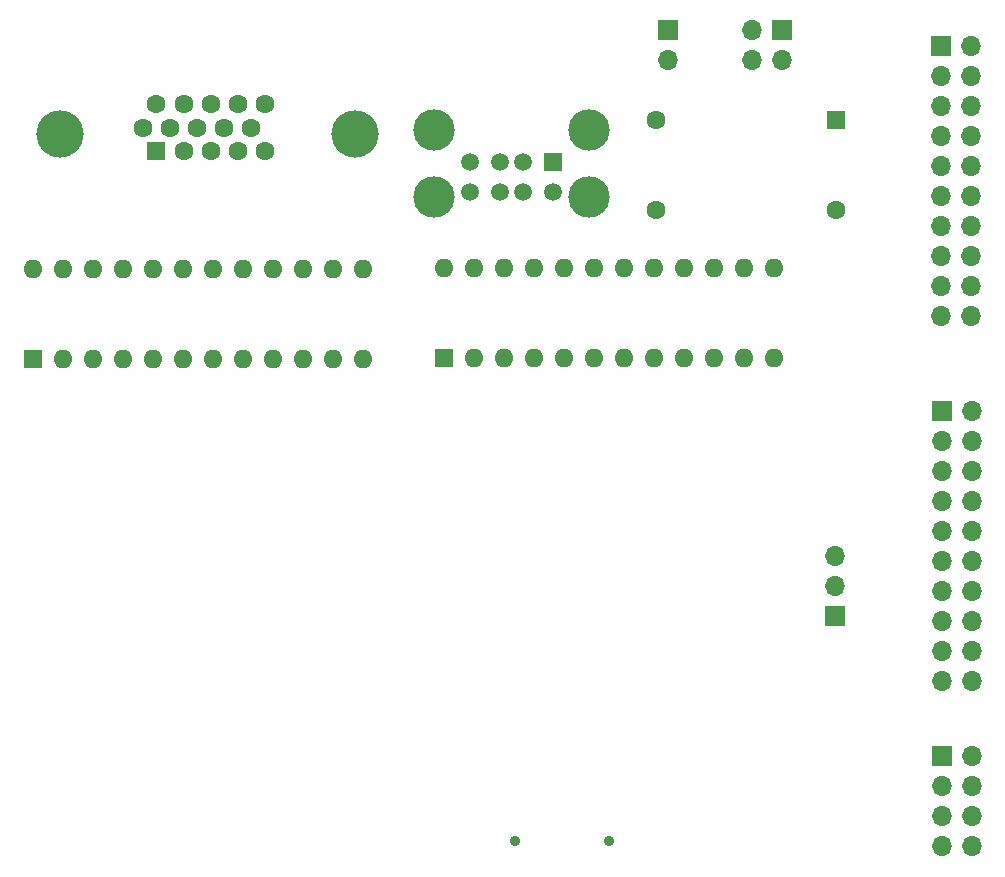
<source format=gbr>
%TF.GenerationSoftware,KiCad,Pcbnew,8.0.4+dfsg-1*%
%TF.CreationDate,2024-12-19T01:42:38-05:00*%
%TF.ProjectId,VGA_SRAM_COMP,5647415f-5352-4414-9d5f-434f4d502e6b,rev?*%
%TF.SameCoordinates,Original*%
%TF.FileFunction,Soldermask,Bot*%
%TF.FilePolarity,Negative*%
%FSLAX46Y46*%
G04 Gerber Fmt 4.6, Leading zero omitted, Abs format (unit mm)*
G04 Created by KiCad (PCBNEW 8.0.4+dfsg-1) date 2024-12-19 01:42:38*
%MOMM*%
%LPD*%
G01*
G04 APERTURE LIST*
%ADD10R,1.700000X1.700000*%
%ADD11O,1.700000X1.700000*%
%ADD12R,1.600000X1.600000*%
%ADD13C,1.600000*%
%ADD14O,1.600000X1.600000*%
%ADD15R,1.500000X1.500000*%
%ADD16C,1.500000*%
%ADD17C,3.500000*%
%ADD18C,0.900000*%
%ADD19C,4.000000*%
G04 APERTURE END LIST*
D10*
%TO.C,J8*%
X137000000Y-91680000D03*
D11*
X139540000Y-91680000D03*
X137000000Y-94220000D03*
X139540000Y-94220000D03*
X137000000Y-96760000D03*
X139540000Y-96760000D03*
X137000000Y-99300000D03*
X139540000Y-99300000D03*
X137000000Y-101840000D03*
X139540000Y-101840000D03*
X137000000Y-104380000D03*
X139540000Y-104380000D03*
X137000000Y-106920000D03*
X139540000Y-106920000D03*
X137000000Y-109460000D03*
X139540000Y-109460000D03*
X137000000Y-112000000D03*
X139540000Y-112000000D03*
X137000000Y-114540000D03*
X139540000Y-114540000D03*
%TD*%
D10*
%TO.C,J7*%
X137000000Y-120880000D03*
D11*
X139540000Y-120880000D03*
X137000000Y-123420000D03*
X139540000Y-123420000D03*
X137000000Y-125960000D03*
X139540000Y-125960000D03*
X137000000Y-128500000D03*
X139540000Y-128500000D03*
%TD*%
%TO.C,J1*%
X139500000Y-83660000D03*
X136960000Y-83660000D03*
X139500000Y-81120000D03*
X136960000Y-81120000D03*
X139500000Y-78580000D03*
X136960000Y-78580000D03*
X139500000Y-76040000D03*
X136960000Y-76040000D03*
X139500000Y-73500000D03*
X136960000Y-73500000D03*
X139500000Y-70960000D03*
X136960000Y-70960000D03*
X139500000Y-68420000D03*
X136960000Y-68420000D03*
X139500000Y-65880000D03*
X136960000Y-65880000D03*
X139500000Y-63340000D03*
X136960000Y-63340000D03*
X139500000Y-60800000D03*
D10*
X136960000Y-60800000D03*
%TD*%
D12*
%TO.C,X1*%
X128016000Y-67056000D03*
D13*
X112776000Y-67056000D03*
X112776000Y-74676000D03*
X128016000Y-74676000D03*
%TD*%
D12*
%TO.C,U9*%
X94840000Y-87200000D03*
D14*
X97380000Y-87200000D03*
X99920000Y-87200000D03*
X102460000Y-87200000D03*
X105000000Y-87200000D03*
X107540000Y-87200000D03*
X110080000Y-87200000D03*
X112620000Y-87200000D03*
X115160000Y-87200000D03*
X117700000Y-87200000D03*
X120240000Y-87200000D03*
X122780000Y-87200000D03*
X122780000Y-79580000D03*
X120240000Y-79580000D03*
X117700000Y-79580000D03*
X115160000Y-79580000D03*
X112620000Y-79580000D03*
X110080000Y-79580000D03*
X107540000Y-79580000D03*
X105000000Y-79580000D03*
X102460000Y-79580000D03*
X99920000Y-79580000D03*
X97380000Y-79580000D03*
X94840000Y-79580000D03*
%TD*%
D12*
%TO.C,U8*%
X60100000Y-87300000D03*
D14*
X62640000Y-87300000D03*
X65180000Y-87300000D03*
X67720000Y-87300000D03*
X70260000Y-87300000D03*
X72800000Y-87300000D03*
X75340000Y-87300000D03*
X77880000Y-87300000D03*
X80420000Y-87300000D03*
X82960000Y-87300000D03*
X85500000Y-87300000D03*
X88040000Y-87300000D03*
X88040000Y-79680000D03*
X85500000Y-79680000D03*
X82960000Y-79680000D03*
X80420000Y-79680000D03*
X77880000Y-79680000D03*
X75340000Y-79680000D03*
X72800000Y-79680000D03*
X70260000Y-79680000D03*
X67720000Y-79680000D03*
X65180000Y-79680000D03*
X62640000Y-79680000D03*
X60100000Y-79680000D03*
%TD*%
D10*
%TO.C,JP1*%
X113792000Y-59436000D03*
D11*
X113792000Y-61976000D03*
%TD*%
D10*
%TO.C,J6*%
X127975000Y-109025000D03*
D11*
X127975000Y-106485000D03*
X127975000Y-103945000D03*
%TD*%
D15*
%TO.C,J5*%
X104084000Y-70542300D03*
D16*
X101584000Y-70542300D03*
X99584000Y-70542300D03*
X97084000Y-70542300D03*
X104084000Y-73162300D03*
X101584000Y-73162300D03*
X99584000Y-73162300D03*
X97084000Y-73162300D03*
D17*
X107154000Y-67832300D03*
X94014000Y-67832300D03*
X107154000Y-73512300D03*
X94014000Y-73512300D03*
%TD*%
D18*
%TO.C,J4*%
X108862532Y-128037545D03*
X100862532Y-128037545D03*
%TD*%
D13*
%TO.C,J3*%
X79680000Y-65700000D03*
X77390000Y-65700000D03*
X75100000Y-65700000D03*
X72810000Y-65700000D03*
X70520000Y-65700000D03*
X78535000Y-67680000D03*
X76245000Y-67680000D03*
X73955000Y-67680000D03*
X71665000Y-67680000D03*
X69375000Y-67680000D03*
X79680000Y-69660000D03*
X77390000Y-69660000D03*
X75100000Y-69660000D03*
X72810000Y-69660000D03*
D12*
X70520000Y-69660000D03*
D19*
X62335000Y-68240000D03*
X87335000Y-68240000D03*
%TD*%
D10*
%TO.C,J2*%
X123444000Y-59436000D03*
D11*
X120904000Y-59436000D03*
X123444000Y-61976000D03*
X120904000Y-61976000D03*
%TD*%
M02*

</source>
